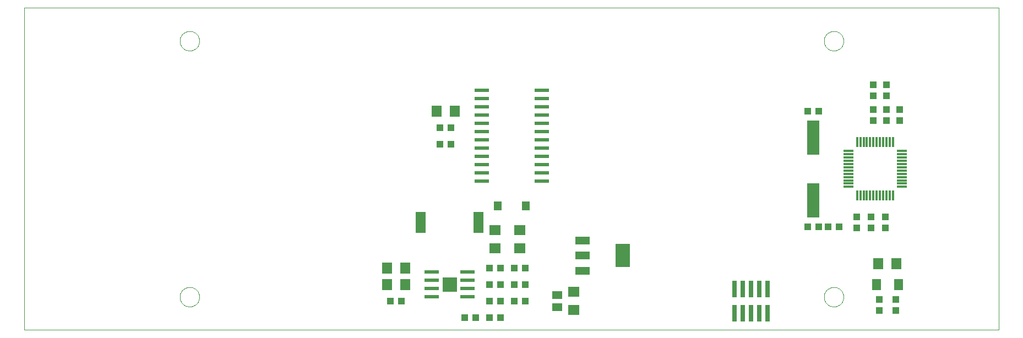
<source format=gbp>
G75*
G70*
%OFA0B0*%
%FSLAX24Y24*%
%IPPOS*%
%LPD*%
%AMOC8*
5,1,8,0,0,1.08239X$1,22.5*
%
%ADD10C,0.0000*%
%ADD11R,0.0866X0.0236*%
%ADD12R,0.0394X0.0433*%
%ADD13R,0.0433X0.0394*%
%ADD14R,0.0256X0.1024*%
%ADD15R,0.0630X0.0118*%
%ADD16R,0.0118X0.0630*%
%ADD17R,0.0760X0.2100*%
%ADD18R,0.0551X0.0709*%
%ADD19R,0.0630X0.0709*%
%ADD20R,0.0870X0.0240*%
%ADD21R,0.0906X0.0906*%
%ADD22R,0.0630X0.1299*%
%ADD23R,0.0709X0.0630*%
%ADD24R,0.0880X0.0480*%
%ADD25R,0.0866X0.1417*%
%ADD26R,0.0591X0.0512*%
%ADD27R,0.0500X0.0579*%
D10*
X000655Y000907D02*
X000655Y020407D01*
X059655Y020407D01*
X059655Y000907D01*
X000655Y000907D01*
X010064Y002907D02*
X010066Y002955D01*
X010072Y003003D01*
X010082Y003050D01*
X010095Y003096D01*
X010113Y003141D01*
X010133Y003185D01*
X010158Y003227D01*
X010186Y003266D01*
X010216Y003303D01*
X010250Y003337D01*
X010287Y003369D01*
X010325Y003398D01*
X010366Y003423D01*
X010409Y003445D01*
X010454Y003463D01*
X010500Y003477D01*
X010547Y003488D01*
X010595Y003495D01*
X010643Y003498D01*
X010691Y003497D01*
X010739Y003492D01*
X010787Y003483D01*
X010833Y003471D01*
X010878Y003454D01*
X010922Y003434D01*
X010964Y003411D01*
X011004Y003384D01*
X011042Y003354D01*
X011077Y003321D01*
X011109Y003285D01*
X011139Y003247D01*
X011165Y003206D01*
X011187Y003163D01*
X011207Y003119D01*
X011222Y003074D01*
X011234Y003027D01*
X011242Y002979D01*
X011246Y002931D01*
X011246Y002883D01*
X011242Y002835D01*
X011234Y002787D01*
X011222Y002740D01*
X011207Y002695D01*
X011187Y002651D01*
X011165Y002608D01*
X011139Y002567D01*
X011109Y002529D01*
X011077Y002493D01*
X011042Y002460D01*
X011004Y002430D01*
X010964Y002403D01*
X010922Y002380D01*
X010878Y002360D01*
X010833Y002343D01*
X010787Y002331D01*
X010739Y002322D01*
X010691Y002317D01*
X010643Y002316D01*
X010595Y002319D01*
X010547Y002326D01*
X010500Y002337D01*
X010454Y002351D01*
X010409Y002369D01*
X010366Y002391D01*
X010325Y002416D01*
X010287Y002445D01*
X010250Y002477D01*
X010216Y002511D01*
X010186Y002548D01*
X010158Y002587D01*
X010133Y002629D01*
X010113Y002673D01*
X010095Y002718D01*
X010082Y002764D01*
X010072Y002811D01*
X010066Y002859D01*
X010064Y002907D01*
X049064Y002907D02*
X049066Y002955D01*
X049072Y003003D01*
X049082Y003050D01*
X049095Y003096D01*
X049113Y003141D01*
X049133Y003185D01*
X049158Y003227D01*
X049186Y003266D01*
X049216Y003303D01*
X049250Y003337D01*
X049287Y003369D01*
X049325Y003398D01*
X049366Y003423D01*
X049409Y003445D01*
X049454Y003463D01*
X049500Y003477D01*
X049547Y003488D01*
X049595Y003495D01*
X049643Y003498D01*
X049691Y003497D01*
X049739Y003492D01*
X049787Y003483D01*
X049833Y003471D01*
X049878Y003454D01*
X049922Y003434D01*
X049964Y003411D01*
X050004Y003384D01*
X050042Y003354D01*
X050077Y003321D01*
X050109Y003285D01*
X050139Y003247D01*
X050165Y003206D01*
X050187Y003163D01*
X050207Y003119D01*
X050222Y003074D01*
X050234Y003027D01*
X050242Y002979D01*
X050246Y002931D01*
X050246Y002883D01*
X050242Y002835D01*
X050234Y002787D01*
X050222Y002740D01*
X050207Y002695D01*
X050187Y002651D01*
X050165Y002608D01*
X050139Y002567D01*
X050109Y002529D01*
X050077Y002493D01*
X050042Y002460D01*
X050004Y002430D01*
X049964Y002403D01*
X049922Y002380D01*
X049878Y002360D01*
X049833Y002343D01*
X049787Y002331D01*
X049739Y002322D01*
X049691Y002317D01*
X049643Y002316D01*
X049595Y002319D01*
X049547Y002326D01*
X049500Y002337D01*
X049454Y002351D01*
X049409Y002369D01*
X049366Y002391D01*
X049325Y002416D01*
X049287Y002445D01*
X049250Y002477D01*
X049216Y002511D01*
X049186Y002548D01*
X049158Y002587D01*
X049133Y002629D01*
X049113Y002673D01*
X049095Y002718D01*
X049082Y002764D01*
X049072Y002811D01*
X049066Y002859D01*
X049064Y002907D01*
X049064Y018407D02*
X049066Y018455D01*
X049072Y018503D01*
X049082Y018550D01*
X049095Y018596D01*
X049113Y018641D01*
X049133Y018685D01*
X049158Y018727D01*
X049186Y018766D01*
X049216Y018803D01*
X049250Y018837D01*
X049287Y018869D01*
X049325Y018898D01*
X049366Y018923D01*
X049409Y018945D01*
X049454Y018963D01*
X049500Y018977D01*
X049547Y018988D01*
X049595Y018995D01*
X049643Y018998D01*
X049691Y018997D01*
X049739Y018992D01*
X049787Y018983D01*
X049833Y018971D01*
X049878Y018954D01*
X049922Y018934D01*
X049964Y018911D01*
X050004Y018884D01*
X050042Y018854D01*
X050077Y018821D01*
X050109Y018785D01*
X050139Y018747D01*
X050165Y018706D01*
X050187Y018663D01*
X050207Y018619D01*
X050222Y018574D01*
X050234Y018527D01*
X050242Y018479D01*
X050246Y018431D01*
X050246Y018383D01*
X050242Y018335D01*
X050234Y018287D01*
X050222Y018240D01*
X050207Y018195D01*
X050187Y018151D01*
X050165Y018108D01*
X050139Y018067D01*
X050109Y018029D01*
X050077Y017993D01*
X050042Y017960D01*
X050004Y017930D01*
X049964Y017903D01*
X049922Y017880D01*
X049878Y017860D01*
X049833Y017843D01*
X049787Y017831D01*
X049739Y017822D01*
X049691Y017817D01*
X049643Y017816D01*
X049595Y017819D01*
X049547Y017826D01*
X049500Y017837D01*
X049454Y017851D01*
X049409Y017869D01*
X049366Y017891D01*
X049325Y017916D01*
X049287Y017945D01*
X049250Y017977D01*
X049216Y018011D01*
X049186Y018048D01*
X049158Y018087D01*
X049133Y018129D01*
X049113Y018173D01*
X049095Y018218D01*
X049082Y018264D01*
X049072Y018311D01*
X049066Y018359D01*
X049064Y018407D01*
X010064Y018407D02*
X010066Y018455D01*
X010072Y018503D01*
X010082Y018550D01*
X010095Y018596D01*
X010113Y018641D01*
X010133Y018685D01*
X010158Y018727D01*
X010186Y018766D01*
X010216Y018803D01*
X010250Y018837D01*
X010287Y018869D01*
X010325Y018898D01*
X010366Y018923D01*
X010409Y018945D01*
X010454Y018963D01*
X010500Y018977D01*
X010547Y018988D01*
X010595Y018995D01*
X010643Y018998D01*
X010691Y018997D01*
X010739Y018992D01*
X010787Y018983D01*
X010833Y018971D01*
X010878Y018954D01*
X010922Y018934D01*
X010964Y018911D01*
X011004Y018884D01*
X011042Y018854D01*
X011077Y018821D01*
X011109Y018785D01*
X011139Y018747D01*
X011165Y018706D01*
X011187Y018663D01*
X011207Y018619D01*
X011222Y018574D01*
X011234Y018527D01*
X011242Y018479D01*
X011246Y018431D01*
X011246Y018383D01*
X011242Y018335D01*
X011234Y018287D01*
X011222Y018240D01*
X011207Y018195D01*
X011187Y018151D01*
X011165Y018108D01*
X011139Y018067D01*
X011109Y018029D01*
X011077Y017993D01*
X011042Y017960D01*
X011004Y017930D01*
X010964Y017903D01*
X010922Y017880D01*
X010878Y017860D01*
X010833Y017843D01*
X010787Y017831D01*
X010739Y017822D01*
X010691Y017817D01*
X010643Y017816D01*
X010595Y017819D01*
X010547Y017826D01*
X010500Y017837D01*
X010454Y017851D01*
X010409Y017869D01*
X010366Y017891D01*
X010325Y017916D01*
X010287Y017945D01*
X010250Y017977D01*
X010216Y018011D01*
X010186Y018048D01*
X010158Y018087D01*
X010133Y018129D01*
X010113Y018173D01*
X010095Y018218D01*
X010082Y018264D01*
X010072Y018311D01*
X010066Y018359D01*
X010064Y018407D01*
D11*
X028344Y015407D03*
X028344Y014907D03*
X028344Y014407D03*
X028344Y013907D03*
X028344Y013407D03*
X028344Y012907D03*
X028344Y012407D03*
X028344Y011907D03*
X028344Y011407D03*
X028344Y010907D03*
X028344Y010407D03*
X028344Y009907D03*
X031966Y009907D03*
X031966Y010407D03*
X031966Y010907D03*
X031966Y011407D03*
X031966Y011907D03*
X031966Y012407D03*
X031966Y012907D03*
X031966Y013407D03*
X031966Y013907D03*
X031966Y014407D03*
X031966Y014907D03*
X031966Y015407D03*
D12*
X026490Y012157D03*
X025820Y012157D03*
X028820Y004657D03*
X029490Y004657D03*
X030320Y004657D03*
X030990Y004657D03*
X030990Y003657D03*
X030320Y003657D03*
X029490Y002657D03*
X028820Y002657D03*
X049320Y007157D03*
X049990Y007157D03*
X051030Y007072D03*
X051905Y007072D03*
X052780Y007072D03*
X052780Y007742D03*
X051905Y007742D03*
X051030Y007742D03*
X052030Y013572D03*
X052843Y013572D03*
X053655Y013572D03*
X053655Y014242D03*
X052843Y014242D03*
X052030Y014242D03*
D13*
X052030Y015072D03*
X052843Y015072D03*
X052843Y015742D03*
X052030Y015742D03*
X048740Y014157D03*
X048070Y014157D03*
X048070Y007157D03*
X048740Y007157D03*
X052405Y002742D03*
X053405Y002742D03*
X053405Y002072D03*
X052405Y002072D03*
X030990Y002657D03*
X030320Y002657D03*
X029490Y001657D03*
X028820Y001657D03*
X027990Y001657D03*
X027320Y001657D03*
X023490Y002657D03*
X022820Y002657D03*
X028820Y003657D03*
X029490Y003657D03*
X026490Y013157D03*
X025820Y013157D03*
D14*
X043655Y003385D03*
X044155Y003385D03*
X044655Y003385D03*
X045155Y003385D03*
X045655Y003385D03*
X045655Y001929D03*
X045155Y001929D03*
X044655Y001929D03*
X044155Y001929D03*
X043655Y001929D03*
D15*
X050541Y009574D03*
X050541Y009771D03*
X050541Y009968D03*
X050541Y010165D03*
X050541Y010362D03*
X050541Y010559D03*
X050541Y010756D03*
X050541Y010952D03*
X050541Y011149D03*
X050541Y011346D03*
X050541Y011543D03*
X050541Y011740D03*
X053769Y011740D03*
X053769Y011543D03*
X053769Y011346D03*
X053769Y011149D03*
X053769Y010952D03*
X053769Y010756D03*
X053769Y010559D03*
X053769Y010362D03*
X053769Y010165D03*
X053769Y009968D03*
X053769Y009771D03*
X053769Y009574D03*
D16*
X053238Y009043D03*
X053041Y009043D03*
X052844Y009043D03*
X052647Y009043D03*
X052450Y009043D03*
X052254Y009043D03*
X052057Y009043D03*
X051860Y009043D03*
X051663Y009043D03*
X051466Y009043D03*
X051269Y009043D03*
X051072Y009043D03*
X051072Y012271D03*
X051269Y012271D03*
X051466Y012271D03*
X051663Y012271D03*
X051860Y012271D03*
X052057Y012271D03*
X052254Y012271D03*
X052450Y012271D03*
X052647Y012271D03*
X052844Y012271D03*
X053041Y012271D03*
X053238Y012271D03*
D17*
X048405Y012557D03*
X048405Y008757D03*
D18*
X052236Y003657D03*
X053574Y003657D03*
D19*
X053456Y004907D03*
X052354Y004907D03*
X026706Y014157D03*
X025604Y014157D03*
X023706Y004657D03*
X022604Y004657D03*
X022604Y003657D03*
X023706Y003657D03*
D20*
X025322Y003407D03*
X025322Y002907D03*
X027488Y002907D03*
X027488Y003407D03*
X027488Y003907D03*
X027488Y004407D03*
X025322Y004407D03*
X025322Y003907D03*
D21*
X026405Y003657D03*
D22*
X024653Y007407D03*
X028157Y007407D03*
D23*
X029155Y006958D03*
X030655Y006958D03*
X030655Y005856D03*
X029155Y005856D03*
X033905Y003208D03*
X033905Y002106D03*
D24*
X034435Y004497D03*
X034435Y005407D03*
X034435Y006317D03*
D25*
X036875Y005407D03*
D26*
X032905Y003031D03*
X032905Y002283D03*
D27*
X031002Y008407D03*
X029309Y008407D03*
M02*

</source>
